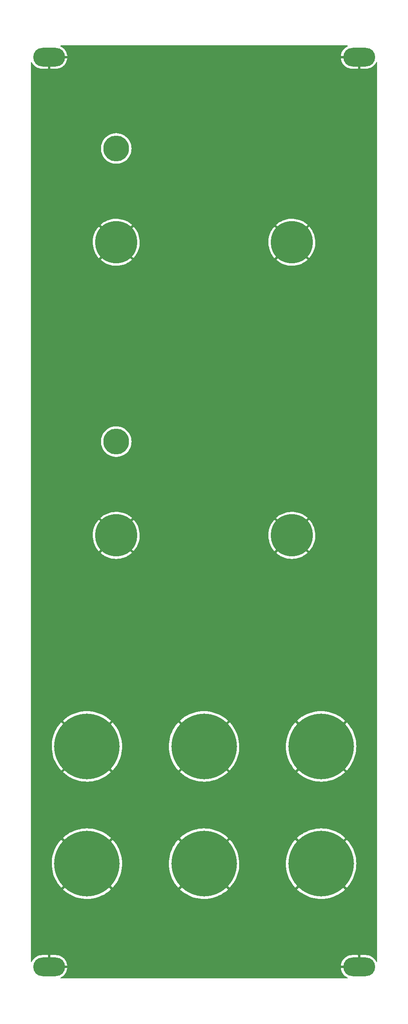
<source format=gbl>
G04 #@! TF.GenerationSoftware,KiCad,Pcbnew,6.0.4-6f826c9f35~116~ubuntu20.04.1*
G04 #@! TF.CreationDate,2022-04-20T20:16:55-04:00*
G04 #@! TF.ProjectId,kdlfo_panel,6b646c66-6f5f-4706-916e-656c2e6b6963,rev?*
G04 #@! TF.SameCoordinates,Original*
G04 #@! TF.FileFunction,Copper,L2,Bot*
G04 #@! TF.FilePolarity,Positive*
%FSLAX46Y46*%
G04 Gerber Fmt 4.6, Leading zero omitted, Abs format (unit mm)*
G04 Created by KiCad (PCBNEW 6.0.4-6f826c9f35~116~ubuntu20.04.1) date 2022-04-20 20:16:55*
%MOMM*%
%LPD*%
G01*
G04 APERTURE LIST*
G04 #@! TA.AperFunction,ComponentPad*
%ADD10O,6.800000X4.000000*%
G04 #@! TD*
G04 #@! TA.AperFunction,ComponentPad*
%ADD11C,9.000000*%
G04 #@! TD*
G04 #@! TA.AperFunction,ComponentPad*
%ADD12C,14.000000*%
G04 #@! TD*
G04 #@! TA.AperFunction,ComponentPad*
%ADD13C,5.500000*%
G04 #@! TD*
G04 APERTURE END LIST*
D10*
G04 #@! TO.P,H14,1*
G04 #@! TO.N,GND*
X86700000Y-204600000D03*
X86700000Y-10600000D03*
G04 #@! TD*
D11*
G04 #@! TO.P,H3,1*
G04 #@! TO.N,GND*
X34850000Y-50100000D03*
G04 #@! TD*
D12*
G04 #@! TO.P,H1,1*
G04 #@! TO.N,GND*
X28600000Y-157600000D03*
G04 #@! TD*
D10*
G04 #@! TO.P,H13,1*
G04 #@! TO.N,GND*
X20500000Y-204600000D03*
X20500000Y-10600000D03*
G04 #@! TD*
D13*
G04 #@! TO.P,H11,1*
G04 #@! TO.N,N/C*
X34850000Y-30100000D03*
G04 #@! TD*
D12*
G04 #@! TO.P,H2,1*
G04 #@! TO.N,GND*
X28600000Y-182600000D03*
G04 #@! TD*
G04 #@! TO.P,H5,1*
G04 #@! TO.N,GND*
X53600000Y-157600000D03*
G04 #@! TD*
G04 #@! TO.P,H6,1*
G04 #@! TO.N,GND*
X53600000Y-182600000D03*
G04 #@! TD*
G04 #@! TO.P,H9,1*
G04 #@! TO.N,GND*
X78600000Y-157600000D03*
G04 #@! TD*
G04 #@! TO.P,H10,1*
G04 #@! TO.N,GND*
X78600000Y-182600000D03*
G04 #@! TD*
D11*
G04 #@! TO.P,H4,1*
G04 #@! TO.N,GND*
X72350000Y-112600000D03*
G04 #@! TD*
G04 #@! TO.P,H8,1*
G04 #@! TO.N,GND*
X72350000Y-50100000D03*
G04 #@! TD*
D13*
G04 #@! TO.P,H12,1*
G04 #@! TO.N,N/C*
X34850000Y-92600000D03*
G04 #@! TD*
D11*
G04 #@! TO.P,H7,1*
G04 #@! TO.N,GND*
X34850000Y-112600000D03*
G04 #@! TD*
G04 #@! TA.AperFunction,Conductor*
G04 #@! TO.N,GND*
G36*
X84208761Y-8128502D02*
G01*
X84255254Y-8182158D01*
X84265358Y-8252432D01*
X84235864Y-8317012D01*
X84194288Y-8348508D01*
X84092959Y-8396190D01*
X84086026Y-8400001D01*
X83826271Y-8564847D01*
X83819868Y-8569498D01*
X83582813Y-8765607D01*
X83577046Y-8771023D01*
X83366443Y-8995293D01*
X83361404Y-9001384D01*
X83180570Y-9250281D01*
X83176330Y-9256961D01*
X83028110Y-9526572D01*
X83024753Y-9533707D01*
X82911492Y-9819770D01*
X82909047Y-9827296D01*
X82832538Y-10125279D01*
X82831055Y-10133050D01*
X82806425Y-10328026D01*
X82808728Y-10342306D01*
X82821720Y-10346000D01*
X86828000Y-10346000D01*
X86896121Y-10366002D01*
X86942614Y-10419658D01*
X86954000Y-10472000D01*
X86954000Y-13089885D01*
X86958475Y-13105124D01*
X86959865Y-13106329D01*
X86967548Y-13108000D01*
X88176829Y-13108000D01*
X88180820Y-13107874D01*
X88410994Y-13093393D01*
X88418855Y-13092400D01*
X88721046Y-13034754D01*
X88728723Y-13032783D01*
X89021309Y-12937716D01*
X89028672Y-12934801D01*
X89307041Y-12803811D01*
X89313974Y-12799999D01*
X89573729Y-12635153D01*
X89580132Y-12630502D01*
X89817187Y-12434393D01*
X89822954Y-12428977D01*
X90033557Y-12204707D01*
X90038596Y-12198616D01*
X90219430Y-11949719D01*
X90223670Y-11943039D01*
X90355085Y-11703996D01*
X90405431Y-11653937D01*
X90474848Y-11639044D01*
X90541297Y-11664045D01*
X90583681Y-11721002D01*
X90591500Y-11764697D01*
X90591500Y-203435303D01*
X90571498Y-203503424D01*
X90517842Y-203549917D01*
X90447568Y-203560021D01*
X90382988Y-203530527D01*
X90355085Y-203496004D01*
X90223670Y-203256961D01*
X90219430Y-203250281D01*
X90038596Y-203001384D01*
X90033557Y-202995293D01*
X89822954Y-202771023D01*
X89817187Y-202765607D01*
X89580132Y-202569498D01*
X89573729Y-202564847D01*
X89313974Y-202400001D01*
X89307041Y-202396189D01*
X89028672Y-202265199D01*
X89021309Y-202262284D01*
X88728723Y-202167217D01*
X88721046Y-202165246D01*
X88418855Y-202107600D01*
X88410994Y-202106607D01*
X88180820Y-202092126D01*
X88176829Y-202092000D01*
X86972115Y-202092000D01*
X86956876Y-202096475D01*
X86955671Y-202097865D01*
X86954000Y-202105548D01*
X86954000Y-204728000D01*
X86933998Y-204796121D01*
X86880342Y-204842614D01*
X86828000Y-204854000D01*
X82822269Y-204854000D01*
X82808392Y-204858075D01*
X82806355Y-204871426D01*
X82831055Y-205066950D01*
X82832538Y-205074721D01*
X82909047Y-205372704D01*
X82911492Y-205380230D01*
X83024753Y-205666293D01*
X83028110Y-205673428D01*
X83176330Y-205943039D01*
X83180570Y-205949719D01*
X83361404Y-206198616D01*
X83366443Y-206204707D01*
X83577046Y-206428977D01*
X83582813Y-206434393D01*
X83819868Y-206630502D01*
X83826271Y-206635153D01*
X84086026Y-206799999D01*
X84092959Y-206803810D01*
X84194288Y-206851492D01*
X84247409Y-206898594D01*
X84266632Y-206966939D01*
X84245853Y-207034827D01*
X84191670Y-207080704D01*
X84140640Y-207091500D01*
X23059360Y-207091500D01*
X22991239Y-207071498D01*
X22944746Y-207017842D01*
X22934642Y-206947568D01*
X22964136Y-206882988D01*
X23005712Y-206851492D01*
X23107041Y-206803810D01*
X23113974Y-206799999D01*
X23373729Y-206635153D01*
X23380132Y-206630502D01*
X23617187Y-206434393D01*
X23622954Y-206428977D01*
X23833557Y-206204707D01*
X23838596Y-206198616D01*
X24019430Y-205949719D01*
X24023670Y-205943039D01*
X24171890Y-205673428D01*
X24175247Y-205666293D01*
X24288508Y-205380230D01*
X24290953Y-205372704D01*
X24367462Y-205074721D01*
X24368945Y-205066950D01*
X24393575Y-204871974D01*
X24391272Y-204857694D01*
X24378280Y-204854000D01*
X20372000Y-204854000D01*
X20303879Y-204833998D01*
X20257386Y-204780342D01*
X20246000Y-204728000D01*
X20246000Y-204327885D01*
X20754000Y-204327885D01*
X20758475Y-204343124D01*
X20759865Y-204344329D01*
X20767548Y-204346000D01*
X24377731Y-204346000D01*
X24391608Y-204341925D01*
X24393645Y-204328574D01*
X24393576Y-204328026D01*
X82806425Y-204328026D01*
X82808728Y-204342306D01*
X82821720Y-204346000D01*
X86427885Y-204346000D01*
X86443124Y-204341525D01*
X86444329Y-204340135D01*
X86446000Y-204332452D01*
X86446000Y-202110115D01*
X86441525Y-202094876D01*
X86440135Y-202093671D01*
X86432452Y-202092000D01*
X85223171Y-202092000D01*
X85219180Y-202092126D01*
X84989006Y-202106607D01*
X84981145Y-202107600D01*
X84678954Y-202165246D01*
X84671277Y-202167217D01*
X84378691Y-202262284D01*
X84371328Y-202265199D01*
X84092959Y-202396189D01*
X84086026Y-202400001D01*
X83826271Y-202564847D01*
X83819868Y-202569498D01*
X83582813Y-202765607D01*
X83577046Y-202771023D01*
X83366443Y-202995293D01*
X83361404Y-203001384D01*
X83180570Y-203250281D01*
X83176330Y-203256961D01*
X83028110Y-203526572D01*
X83024753Y-203533707D01*
X82911492Y-203819770D01*
X82909047Y-203827296D01*
X82832538Y-204125279D01*
X82831055Y-204133050D01*
X82806425Y-204328026D01*
X24393576Y-204328026D01*
X24368945Y-204133050D01*
X24367462Y-204125279D01*
X24290953Y-203827296D01*
X24288508Y-203819770D01*
X24175247Y-203533707D01*
X24171890Y-203526572D01*
X24023670Y-203256961D01*
X24019430Y-203250281D01*
X23838596Y-203001384D01*
X23833557Y-202995293D01*
X23622954Y-202771023D01*
X23617187Y-202765607D01*
X23380132Y-202569498D01*
X23373729Y-202564847D01*
X23113974Y-202400001D01*
X23107041Y-202396189D01*
X22828672Y-202265199D01*
X22821309Y-202262284D01*
X22528723Y-202167217D01*
X22521046Y-202165246D01*
X22218855Y-202107600D01*
X22210994Y-202106607D01*
X21980820Y-202092126D01*
X21976829Y-202092000D01*
X20772115Y-202092000D01*
X20756876Y-202096475D01*
X20755671Y-202097865D01*
X20754000Y-202105548D01*
X20754000Y-204327885D01*
X20246000Y-204327885D01*
X20246000Y-202110115D01*
X20241525Y-202094876D01*
X20240135Y-202093671D01*
X20232452Y-202092000D01*
X19023171Y-202092000D01*
X19019180Y-202092126D01*
X18789006Y-202106607D01*
X18781145Y-202107600D01*
X18478954Y-202165246D01*
X18471277Y-202167217D01*
X18178691Y-202262284D01*
X18171328Y-202265199D01*
X17892959Y-202396189D01*
X17886026Y-202400001D01*
X17626271Y-202564847D01*
X17619868Y-202569498D01*
X17382813Y-202765607D01*
X17377046Y-202771023D01*
X17166443Y-202995293D01*
X17161404Y-203001384D01*
X16980570Y-203250281D01*
X16976330Y-203256961D01*
X16844915Y-203496004D01*
X16794569Y-203546063D01*
X16725152Y-203560956D01*
X16658703Y-203535955D01*
X16616319Y-203478998D01*
X16608500Y-203435303D01*
X16608500Y-188087102D01*
X23478438Y-188087102D01*
X23478462Y-188087441D01*
X23484285Y-188096073D01*
X23728991Y-188319913D01*
X23732445Y-188322852D01*
X24150430Y-188653550D01*
X24154067Y-188656222D01*
X24594618Y-188956182D01*
X24598446Y-188958593D01*
X25059337Y-189226300D01*
X25063309Y-189228421D01*
X25542148Y-189462483D01*
X25546284Y-189464325D01*
X26040627Y-189663551D01*
X26044871Y-189665087D01*
X26552218Y-189828467D01*
X26556539Y-189829689D01*
X27074254Y-189956374D01*
X27078695Y-189957294D01*
X27604141Y-190046637D01*
X27608595Y-190047232D01*
X28139106Y-190098782D01*
X28143579Y-190099056D01*
X28676427Y-190112543D01*
X28680930Y-190112496D01*
X29213352Y-190087853D01*
X29217836Y-190087485D01*
X29747152Y-190024836D01*
X29751591Y-190024149D01*
X30275087Y-189923814D01*
X30279446Y-189922815D01*
X30794414Y-189785311D01*
X30798727Y-189783992D01*
X31302525Y-189610028D01*
X31306740Y-189608402D01*
X31796805Y-189398866D01*
X31800892Y-189396943D01*
X32274731Y-189152900D01*
X32278658Y-189150696D01*
X32733828Y-188873404D01*
X32737624Y-188870901D01*
X33171786Y-188561788D01*
X33175372Y-188559036D01*
X33586362Y-188219640D01*
X33589705Y-188216672D01*
X33713630Y-188098453D01*
X33720179Y-188087102D01*
X48478438Y-188087102D01*
X48478462Y-188087441D01*
X48484285Y-188096073D01*
X48728991Y-188319913D01*
X48732445Y-188322852D01*
X49150430Y-188653550D01*
X49154067Y-188656222D01*
X49594618Y-188956182D01*
X49598446Y-188958593D01*
X50059337Y-189226300D01*
X50063309Y-189228421D01*
X50542148Y-189462483D01*
X50546284Y-189464325D01*
X51040627Y-189663551D01*
X51044871Y-189665087D01*
X51552218Y-189828467D01*
X51556539Y-189829689D01*
X52074254Y-189956374D01*
X52078695Y-189957294D01*
X52604141Y-190046637D01*
X52608595Y-190047232D01*
X53139106Y-190098782D01*
X53143579Y-190099056D01*
X53676427Y-190112543D01*
X53680930Y-190112496D01*
X54213352Y-190087853D01*
X54217836Y-190087485D01*
X54747152Y-190024836D01*
X54751591Y-190024149D01*
X55275087Y-189923814D01*
X55279446Y-189922815D01*
X55794414Y-189785311D01*
X55798727Y-189783992D01*
X56302525Y-189610028D01*
X56306740Y-189608402D01*
X56796805Y-189398866D01*
X56800892Y-189396943D01*
X57274731Y-189152900D01*
X57278658Y-189150696D01*
X57733828Y-188873404D01*
X57737624Y-188870901D01*
X58171786Y-188561788D01*
X58175372Y-188559036D01*
X58586362Y-188219640D01*
X58589705Y-188216672D01*
X58713630Y-188098453D01*
X58720179Y-188087102D01*
X73478438Y-188087102D01*
X73478462Y-188087441D01*
X73484285Y-188096073D01*
X73728991Y-188319913D01*
X73732445Y-188322852D01*
X74150430Y-188653550D01*
X74154067Y-188656222D01*
X74594618Y-188956182D01*
X74598446Y-188958593D01*
X75059337Y-189226300D01*
X75063309Y-189228421D01*
X75542148Y-189462483D01*
X75546284Y-189464325D01*
X76040627Y-189663551D01*
X76044871Y-189665087D01*
X76552218Y-189828467D01*
X76556539Y-189829689D01*
X77074254Y-189956374D01*
X77078695Y-189957294D01*
X77604141Y-190046637D01*
X77608595Y-190047232D01*
X78139106Y-190098782D01*
X78143579Y-190099056D01*
X78676427Y-190112543D01*
X78680930Y-190112496D01*
X79213352Y-190087853D01*
X79217836Y-190087485D01*
X79747152Y-190024836D01*
X79751591Y-190024149D01*
X80275087Y-189923814D01*
X80279446Y-189922815D01*
X80794414Y-189785311D01*
X80798727Y-189783992D01*
X81302525Y-189610028D01*
X81306740Y-189608402D01*
X81796805Y-189398866D01*
X81800892Y-189396943D01*
X82274731Y-189152900D01*
X82278658Y-189150696D01*
X82733828Y-188873404D01*
X82737624Y-188870901D01*
X83171786Y-188561788D01*
X83175372Y-188559036D01*
X83586362Y-188219640D01*
X83589705Y-188216672D01*
X83713630Y-188098453D01*
X83721568Y-188084695D01*
X83721518Y-188083649D01*
X83716625Y-188075835D01*
X78612812Y-182972022D01*
X78598868Y-182964408D01*
X78597035Y-182964539D01*
X78590420Y-182968790D01*
X73486052Y-188073158D01*
X73478438Y-188087102D01*
X58720179Y-188087102D01*
X58721568Y-188084695D01*
X58721518Y-188083649D01*
X58716625Y-188075835D01*
X53612812Y-182972022D01*
X53598868Y-182964408D01*
X53597035Y-182964539D01*
X53590420Y-182968790D01*
X48486052Y-188073158D01*
X48478438Y-188087102D01*
X33720179Y-188087102D01*
X33721568Y-188084695D01*
X33721518Y-188083649D01*
X33716625Y-188075835D01*
X28612812Y-182972022D01*
X28598868Y-182964408D01*
X28597035Y-182964539D01*
X28590420Y-182968790D01*
X23486052Y-188073158D01*
X23478438Y-188087102D01*
X16608500Y-188087102D01*
X16608500Y-182650201D01*
X21087236Y-182650201D01*
X21087267Y-182654699D01*
X21110052Y-183187215D01*
X21110404Y-183191696D01*
X21171206Y-183721240D01*
X21171874Y-183725659D01*
X21270381Y-184249497D01*
X21271370Y-184253884D01*
X21407070Y-184769308D01*
X21408381Y-184773648D01*
X21580581Y-185278039D01*
X21582188Y-185282249D01*
X21790028Y-185773079D01*
X21791917Y-185777129D01*
X22034314Y-186251836D01*
X22036507Y-186255776D01*
X22312217Y-186711925D01*
X22314678Y-186715685D01*
X22622290Y-187150947D01*
X22625036Y-187154552D01*
X22962987Y-187566712D01*
X22965944Y-187570066D01*
X23101751Y-187713428D01*
X23115482Y-187721415D01*
X23116410Y-187721374D01*
X23124399Y-187716391D01*
X28227978Y-182612812D01*
X28234356Y-182601132D01*
X28964408Y-182601132D01*
X28964539Y-182602965D01*
X28968790Y-182609580D01*
X34073389Y-187714179D01*
X34087333Y-187721793D01*
X34087556Y-187721778D01*
X34096338Y-187715831D01*
X34336905Y-187450987D01*
X34339793Y-187447570D01*
X34669044Y-187028414D01*
X34671701Y-187024771D01*
X34970130Y-186583164D01*
X34972526Y-186579329D01*
X35238617Y-186117514D01*
X35240726Y-186113531D01*
X35473116Y-185633878D01*
X35474941Y-185629741D01*
X35672446Y-185134690D01*
X35673961Y-185130460D01*
X35835567Y-184622549D01*
X35836781Y-184618202D01*
X35961661Y-184100034D01*
X35962555Y-184095638D01*
X36050064Y-183569885D01*
X36050649Y-183565380D01*
X36100363Y-183034517D01*
X36100613Y-183030439D01*
X36111566Y-182650201D01*
X46087236Y-182650201D01*
X46087267Y-182654699D01*
X46110052Y-183187215D01*
X46110404Y-183191696D01*
X46171206Y-183721240D01*
X46171874Y-183725659D01*
X46270381Y-184249497D01*
X46271370Y-184253884D01*
X46407070Y-184769308D01*
X46408381Y-184773648D01*
X46580581Y-185278039D01*
X46582188Y-185282249D01*
X46790028Y-185773079D01*
X46791917Y-185777129D01*
X47034314Y-186251836D01*
X47036507Y-186255776D01*
X47312217Y-186711925D01*
X47314678Y-186715685D01*
X47622290Y-187150947D01*
X47625036Y-187154552D01*
X47962987Y-187566712D01*
X47965944Y-187570066D01*
X48101751Y-187713428D01*
X48115482Y-187721415D01*
X48116410Y-187721374D01*
X48124399Y-187716391D01*
X53227978Y-182612812D01*
X53234356Y-182601132D01*
X53964408Y-182601132D01*
X53964539Y-182602965D01*
X53968790Y-182609580D01*
X59073389Y-187714179D01*
X59087333Y-187721793D01*
X59087556Y-187721778D01*
X59096338Y-187715831D01*
X59336905Y-187450987D01*
X59339793Y-187447570D01*
X59669044Y-187028414D01*
X59671701Y-187024771D01*
X59970130Y-186583164D01*
X59972526Y-186579329D01*
X60238617Y-186117514D01*
X60240726Y-186113531D01*
X60473116Y-185633878D01*
X60474941Y-185629741D01*
X60672446Y-185134690D01*
X60673961Y-185130460D01*
X60835567Y-184622549D01*
X60836781Y-184618202D01*
X60961661Y-184100034D01*
X60962555Y-184095638D01*
X61050064Y-183569885D01*
X61050649Y-183565380D01*
X61100363Y-183034517D01*
X61100613Y-183030439D01*
X61111566Y-182650201D01*
X71087236Y-182650201D01*
X71087267Y-182654699D01*
X71110052Y-183187215D01*
X71110404Y-183191696D01*
X71171206Y-183721240D01*
X71171874Y-183725659D01*
X71270381Y-184249497D01*
X71271370Y-184253884D01*
X71407070Y-184769308D01*
X71408381Y-184773648D01*
X71580581Y-185278039D01*
X71582188Y-185282249D01*
X71790028Y-185773079D01*
X71791917Y-185777129D01*
X72034314Y-186251836D01*
X72036507Y-186255776D01*
X72312217Y-186711925D01*
X72314678Y-186715685D01*
X72622290Y-187150947D01*
X72625036Y-187154552D01*
X72962987Y-187566712D01*
X72965944Y-187570066D01*
X73101751Y-187713428D01*
X73115482Y-187721415D01*
X73116410Y-187721374D01*
X73124399Y-187716391D01*
X78227978Y-182612812D01*
X78234356Y-182601132D01*
X78964408Y-182601132D01*
X78964539Y-182602965D01*
X78968790Y-182609580D01*
X84073389Y-187714179D01*
X84087333Y-187721793D01*
X84087556Y-187721778D01*
X84096338Y-187715831D01*
X84336905Y-187450987D01*
X84339793Y-187447570D01*
X84669044Y-187028414D01*
X84671701Y-187024771D01*
X84970130Y-186583164D01*
X84972526Y-186579329D01*
X85238617Y-186117514D01*
X85240726Y-186113531D01*
X85473116Y-185633878D01*
X85474941Y-185629741D01*
X85672446Y-185134690D01*
X85673961Y-185130460D01*
X85835567Y-184622549D01*
X85836781Y-184618202D01*
X85961661Y-184100034D01*
X85962555Y-184095638D01*
X86050064Y-183569885D01*
X86050649Y-183565380D01*
X86100363Y-183034517D01*
X86100613Y-183030439D01*
X86112954Y-182602024D01*
X86112939Y-182597967D01*
X86093866Y-182065096D01*
X86093544Y-182060601D01*
X86036442Y-181530662D01*
X86035800Y-181526211D01*
X85940955Y-181001710D01*
X85939999Y-180997327D01*
X85807892Y-180480933D01*
X85806630Y-180476645D01*
X85637938Y-179971015D01*
X85636370Y-179966818D01*
X85431966Y-179474558D01*
X85430088Y-179470456D01*
X85191023Y-178994094D01*
X85188855Y-178990133D01*
X84916347Y-178532090D01*
X84913891Y-178528279D01*
X84609331Y-178090890D01*
X84606624Y-178087284D01*
X84271552Y-177672765D01*
X84268609Y-177669380D01*
X84098034Y-177486780D01*
X84084361Y-177478698D01*
X84083667Y-177478724D01*
X84075320Y-177483890D01*
X78972022Y-182587188D01*
X78964408Y-182601132D01*
X78234356Y-182601132D01*
X78235592Y-182598868D01*
X78235461Y-182597035D01*
X78231210Y-182590420D01*
X73127007Y-177486217D01*
X73113063Y-177478603D01*
X73112606Y-177478635D01*
X73104130Y-177484332D01*
X72897104Y-177709077D01*
X72894190Y-177712477D01*
X72562015Y-178129331D01*
X72559344Y-178132941D01*
X72257831Y-178572465D01*
X72255409Y-178576283D01*
X71986107Y-179036216D01*
X71983964Y-179040196D01*
X71748233Y-179518211D01*
X71746376Y-179522343D01*
X71545427Y-180015984D01*
X71543874Y-180020230D01*
X71378729Y-180526984D01*
X71377484Y-180531326D01*
X71248991Y-181048608D01*
X71248067Y-181052991D01*
X71156885Y-181578152D01*
X71156274Y-181582609D01*
X71102873Y-182112930D01*
X71102583Y-182117413D01*
X71087236Y-182650201D01*
X61111566Y-182650201D01*
X61112954Y-182602024D01*
X61112939Y-182597967D01*
X61093866Y-182065096D01*
X61093544Y-182060601D01*
X61036442Y-181530662D01*
X61035800Y-181526211D01*
X60940955Y-181001710D01*
X60939999Y-180997327D01*
X60807892Y-180480933D01*
X60806630Y-180476645D01*
X60637938Y-179971015D01*
X60636370Y-179966818D01*
X60431966Y-179474558D01*
X60430088Y-179470456D01*
X60191023Y-178994094D01*
X60188855Y-178990133D01*
X59916347Y-178532090D01*
X59913891Y-178528279D01*
X59609331Y-178090890D01*
X59606624Y-178087284D01*
X59271552Y-177672765D01*
X59268609Y-177669380D01*
X59098034Y-177486780D01*
X59084361Y-177478698D01*
X59083667Y-177478724D01*
X59075320Y-177483890D01*
X53972022Y-182587188D01*
X53964408Y-182601132D01*
X53234356Y-182601132D01*
X53235592Y-182598868D01*
X53235461Y-182597035D01*
X53231210Y-182590420D01*
X48127007Y-177486217D01*
X48113063Y-177478603D01*
X48112606Y-177478635D01*
X48104130Y-177484332D01*
X47897104Y-177709077D01*
X47894190Y-177712477D01*
X47562015Y-178129331D01*
X47559344Y-178132941D01*
X47257831Y-178572465D01*
X47255409Y-178576283D01*
X46986107Y-179036216D01*
X46983964Y-179040196D01*
X46748233Y-179518211D01*
X46746376Y-179522343D01*
X46545427Y-180015984D01*
X46543874Y-180020230D01*
X46378729Y-180526984D01*
X46377484Y-180531326D01*
X46248991Y-181048608D01*
X46248067Y-181052991D01*
X46156885Y-181578152D01*
X46156274Y-181582609D01*
X46102873Y-182112930D01*
X46102583Y-182117413D01*
X46087236Y-182650201D01*
X36111566Y-182650201D01*
X36112954Y-182602024D01*
X36112939Y-182597967D01*
X36093866Y-182065096D01*
X36093544Y-182060601D01*
X36036442Y-181530662D01*
X36035800Y-181526211D01*
X35940955Y-181001710D01*
X35939999Y-180997327D01*
X35807892Y-180480933D01*
X35806630Y-180476645D01*
X35637938Y-179971015D01*
X35636370Y-179966818D01*
X35431966Y-179474558D01*
X35430088Y-179470456D01*
X35191023Y-178994094D01*
X35188855Y-178990133D01*
X34916347Y-178532090D01*
X34913891Y-178528279D01*
X34609331Y-178090890D01*
X34606624Y-178087284D01*
X34271552Y-177672765D01*
X34268609Y-177669380D01*
X34098034Y-177486780D01*
X34084361Y-177478698D01*
X34083667Y-177478724D01*
X34075320Y-177483890D01*
X28972022Y-182587188D01*
X28964408Y-182601132D01*
X28234356Y-182601132D01*
X28235592Y-182598868D01*
X28235461Y-182597035D01*
X28231210Y-182590420D01*
X23127007Y-177486217D01*
X23113063Y-177478603D01*
X23112606Y-177478635D01*
X23104130Y-177484332D01*
X22897104Y-177709077D01*
X22894190Y-177712477D01*
X22562015Y-178129331D01*
X22559344Y-178132941D01*
X22257831Y-178572465D01*
X22255409Y-178576283D01*
X21986107Y-179036216D01*
X21983964Y-179040196D01*
X21748233Y-179518211D01*
X21746376Y-179522343D01*
X21545427Y-180015984D01*
X21543874Y-180020230D01*
X21378729Y-180526984D01*
X21377484Y-180531326D01*
X21248991Y-181048608D01*
X21248067Y-181052991D01*
X21156885Y-181578152D01*
X21156274Y-181582609D01*
X21102873Y-182112930D01*
X21102583Y-182117413D01*
X21087236Y-182650201D01*
X16608500Y-182650201D01*
X16608500Y-177115591D01*
X23478674Y-177115591D01*
X23478707Y-177116404D01*
X23483783Y-177124573D01*
X28587188Y-182227978D01*
X28601132Y-182235592D01*
X28602965Y-182235461D01*
X28609580Y-182231210D01*
X33713682Y-177127108D01*
X33719971Y-177115591D01*
X48478674Y-177115591D01*
X48478707Y-177116404D01*
X48483783Y-177124573D01*
X53587188Y-182227978D01*
X53601132Y-182235592D01*
X53602965Y-182235461D01*
X53609580Y-182231210D01*
X58713682Y-177127108D01*
X58719971Y-177115591D01*
X73478674Y-177115591D01*
X73478707Y-177116404D01*
X73483783Y-177124573D01*
X78587188Y-182227978D01*
X78601132Y-182235592D01*
X78602965Y-182235461D01*
X78609580Y-182231210D01*
X83713682Y-177127108D01*
X83721296Y-177113164D01*
X83721255Y-177112590D01*
X83715684Y-177104268D01*
X83510818Y-176914228D01*
X83507387Y-176911267D01*
X83091729Y-176577666D01*
X83088115Y-176574972D01*
X82649654Y-176271933D01*
X82645835Y-176269490D01*
X82186846Y-175998585D01*
X82182877Y-175996430D01*
X81705679Y-175759028D01*
X81701575Y-175757166D01*
X81208610Y-175554483D01*
X81204395Y-175552924D01*
X80698199Y-175386006D01*
X80693883Y-175384752D01*
X80177042Y-175254451D01*
X80172665Y-175253513D01*
X79647822Y-175160496D01*
X79643365Y-175159870D01*
X79113241Y-175104620D01*
X79108747Y-175104313D01*
X78576027Y-175087107D01*
X78571530Y-175087122D01*
X78038927Y-175108048D01*
X78034451Y-175108384D01*
X77504713Y-175167336D01*
X77500261Y-175167994D01*
X76976106Y-175264667D01*
X76971701Y-175265643D01*
X76455801Y-175399545D01*
X76451490Y-175400830D01*
X75946471Y-175571278D01*
X75942259Y-175572870D01*
X75450723Y-175778988D01*
X75446647Y-175780871D01*
X74971109Y-176021605D01*
X74967158Y-176023786D01*
X74510063Y-176297893D01*
X74506267Y-176300358D01*
X74069930Y-176606452D01*
X74066347Y-176609162D01*
X73653007Y-176945674D01*
X73649617Y-176948642D01*
X73486708Y-177101891D01*
X73478674Y-177115591D01*
X58719971Y-177115591D01*
X58721296Y-177113164D01*
X58721255Y-177112590D01*
X58715684Y-177104268D01*
X58510818Y-176914228D01*
X58507387Y-176911267D01*
X58091729Y-176577666D01*
X58088115Y-176574972D01*
X57649654Y-176271933D01*
X57645835Y-176269490D01*
X57186846Y-175998585D01*
X57182877Y-175996430D01*
X56705679Y-175759028D01*
X56701575Y-175757166D01*
X56208610Y-175554483D01*
X56204395Y-175552924D01*
X55698199Y-175386006D01*
X55693883Y-175384752D01*
X55177042Y-175254451D01*
X55172665Y-175253513D01*
X54647822Y-175160496D01*
X54643365Y-175159870D01*
X54113241Y-175104620D01*
X54108747Y-175104313D01*
X53576027Y-175087107D01*
X53571530Y-175087122D01*
X53038927Y-175108048D01*
X53034451Y-175108384D01*
X52504713Y-175167336D01*
X52500261Y-175167994D01*
X51976106Y-175264667D01*
X51971701Y-175265643D01*
X51455801Y-175399545D01*
X51451490Y-175400830D01*
X50946471Y-175571278D01*
X50942259Y-175572870D01*
X50450723Y-175778988D01*
X50446647Y-175780871D01*
X49971109Y-176021605D01*
X49967158Y-176023786D01*
X49510063Y-176297893D01*
X49506267Y-176300358D01*
X49069930Y-176606452D01*
X49066347Y-176609162D01*
X48653007Y-176945674D01*
X48649617Y-176948642D01*
X48486708Y-177101891D01*
X48478674Y-177115591D01*
X33719971Y-177115591D01*
X33721296Y-177113164D01*
X33721255Y-177112590D01*
X33715684Y-177104268D01*
X33510818Y-176914228D01*
X33507387Y-176911267D01*
X33091729Y-176577666D01*
X33088115Y-176574972D01*
X32649654Y-176271933D01*
X32645835Y-176269490D01*
X32186846Y-175998585D01*
X32182877Y-175996430D01*
X31705679Y-175759028D01*
X31701575Y-175757166D01*
X31208610Y-175554483D01*
X31204395Y-175552924D01*
X30698199Y-175386006D01*
X30693883Y-175384752D01*
X30177042Y-175254451D01*
X30172665Y-175253513D01*
X29647822Y-175160496D01*
X29643365Y-175159870D01*
X29113241Y-175104620D01*
X29108747Y-175104313D01*
X28576027Y-175087107D01*
X28571530Y-175087122D01*
X28038927Y-175108048D01*
X28034451Y-175108384D01*
X27504713Y-175167336D01*
X27500261Y-175167994D01*
X26976106Y-175264667D01*
X26971701Y-175265643D01*
X26455801Y-175399545D01*
X26451490Y-175400830D01*
X25946471Y-175571278D01*
X25942259Y-175572870D01*
X25450723Y-175778988D01*
X25446647Y-175780871D01*
X24971109Y-176021605D01*
X24967158Y-176023786D01*
X24510063Y-176297893D01*
X24506267Y-176300358D01*
X24069930Y-176606452D01*
X24066347Y-176609162D01*
X23653007Y-176945674D01*
X23649617Y-176948642D01*
X23486708Y-177101891D01*
X23478674Y-177115591D01*
X16608500Y-177115591D01*
X16608500Y-163087102D01*
X23478438Y-163087102D01*
X23478462Y-163087441D01*
X23484285Y-163096073D01*
X23728991Y-163319913D01*
X23732445Y-163322852D01*
X24150430Y-163653550D01*
X24154067Y-163656222D01*
X24594618Y-163956182D01*
X24598446Y-163958593D01*
X25059337Y-164226300D01*
X25063309Y-164228421D01*
X25542148Y-164462483D01*
X25546284Y-164464325D01*
X26040627Y-164663551D01*
X26044871Y-164665087D01*
X26552218Y-164828467D01*
X26556539Y-164829689D01*
X27074254Y-164956374D01*
X27078695Y-164957294D01*
X27604141Y-165046637D01*
X27608595Y-165047232D01*
X28139106Y-165098782D01*
X28143579Y-165099056D01*
X28676427Y-165112543D01*
X28680930Y-165112496D01*
X29213352Y-165087853D01*
X29217836Y-165087485D01*
X29747152Y-165024836D01*
X29751591Y-165024149D01*
X30275087Y-164923814D01*
X30279446Y-164922815D01*
X30794414Y-164785311D01*
X30798727Y-164783992D01*
X31302525Y-164610028D01*
X31306740Y-164608402D01*
X31796805Y-164398866D01*
X31800892Y-164396943D01*
X32274731Y-164152900D01*
X32278658Y-164150696D01*
X32733828Y-163873404D01*
X32737624Y-163870901D01*
X33171786Y-163561788D01*
X33175372Y-163559036D01*
X33586362Y-163219640D01*
X33589705Y-163216672D01*
X33713630Y-163098453D01*
X33720179Y-163087102D01*
X48478438Y-163087102D01*
X48478462Y-163087441D01*
X48484285Y-163096073D01*
X48728991Y-163319913D01*
X48732445Y-163322852D01*
X49150430Y-163653550D01*
X49154067Y-163656222D01*
X49594618Y-163956182D01*
X49598446Y-163958593D01*
X50059337Y-164226300D01*
X50063309Y-164228421D01*
X50542148Y-164462483D01*
X50546284Y-164464325D01*
X51040627Y-164663551D01*
X51044871Y-164665087D01*
X51552218Y-164828467D01*
X51556539Y-164829689D01*
X52074254Y-164956374D01*
X52078695Y-164957294D01*
X52604141Y-165046637D01*
X52608595Y-165047232D01*
X53139106Y-165098782D01*
X53143579Y-165099056D01*
X53676427Y-165112543D01*
X53680930Y-165112496D01*
X54213352Y-165087853D01*
X54217836Y-165087485D01*
X54747152Y-165024836D01*
X54751591Y-165024149D01*
X55275087Y-164923814D01*
X55279446Y-164922815D01*
X55794414Y-164785311D01*
X55798727Y-164783992D01*
X56302525Y-164610028D01*
X56306740Y-164608402D01*
X56796805Y-164398866D01*
X56800892Y-164396943D01*
X57274731Y-164152900D01*
X57278658Y-164150696D01*
X57733828Y-163873404D01*
X57737624Y-163870901D01*
X58171786Y-163561788D01*
X58175372Y-163559036D01*
X58586362Y-163219640D01*
X58589705Y-163216672D01*
X58713630Y-163098453D01*
X58720179Y-163087102D01*
X73478438Y-163087102D01*
X73478462Y-163087441D01*
X73484285Y-163096073D01*
X73728991Y-163319913D01*
X73732445Y-163322852D01*
X74150430Y-163653550D01*
X74154067Y-163656222D01*
X74594618Y-163956182D01*
X74598446Y-163958593D01*
X75059337Y-164226300D01*
X75063309Y-164228421D01*
X75542148Y-164462483D01*
X75546284Y-164464325D01*
X76040627Y-164663551D01*
X76044871Y-164665087D01*
X76552218Y-164828467D01*
X76556539Y-164829689D01*
X77074254Y-164956374D01*
X77078695Y-164957294D01*
X77604141Y-165046637D01*
X77608595Y-165047232D01*
X78139106Y-165098782D01*
X78143579Y-165099056D01*
X78676427Y-165112543D01*
X78680930Y-165112496D01*
X79213352Y-165087853D01*
X79217836Y-165087485D01*
X79747152Y-165024836D01*
X79751591Y-165024149D01*
X80275087Y-164923814D01*
X80279446Y-164922815D01*
X80794414Y-164785311D01*
X80798727Y-164783992D01*
X81302525Y-164610028D01*
X81306740Y-164608402D01*
X81796805Y-164398866D01*
X81800892Y-164396943D01*
X82274731Y-164152900D01*
X82278658Y-164150696D01*
X82733828Y-163873404D01*
X82737624Y-163870901D01*
X83171786Y-163561788D01*
X83175372Y-163559036D01*
X83586362Y-163219640D01*
X83589705Y-163216672D01*
X83713630Y-163098453D01*
X83721568Y-163084695D01*
X83721518Y-163083649D01*
X83716625Y-163075835D01*
X78612812Y-157972022D01*
X78598868Y-157964408D01*
X78597035Y-157964539D01*
X78590420Y-157968790D01*
X73486052Y-163073158D01*
X73478438Y-163087102D01*
X58720179Y-163087102D01*
X58721568Y-163084695D01*
X58721518Y-163083649D01*
X58716625Y-163075835D01*
X53612812Y-157972022D01*
X53598868Y-157964408D01*
X53597035Y-157964539D01*
X53590420Y-157968790D01*
X48486052Y-163073158D01*
X48478438Y-163087102D01*
X33720179Y-163087102D01*
X33721568Y-163084695D01*
X33721518Y-163083649D01*
X33716625Y-163075835D01*
X28612812Y-157972022D01*
X28598868Y-157964408D01*
X28597035Y-157964539D01*
X28590420Y-157968790D01*
X23486052Y-163073158D01*
X23478438Y-163087102D01*
X16608500Y-163087102D01*
X16608500Y-157650201D01*
X21087236Y-157650201D01*
X21087267Y-157654699D01*
X21110052Y-158187215D01*
X21110404Y-158191696D01*
X21171206Y-158721240D01*
X21171874Y-158725659D01*
X21270381Y-159249497D01*
X21271370Y-159253884D01*
X21407070Y-159769308D01*
X21408381Y-159773648D01*
X21580581Y-160278039D01*
X21582188Y-160282249D01*
X21790028Y-160773079D01*
X21791917Y-160777129D01*
X22034314Y-161251836D01*
X22036507Y-161255776D01*
X22312217Y-161711925D01*
X22314678Y-161715685D01*
X22622290Y-162150947D01*
X22625036Y-162154552D01*
X22962987Y-162566712D01*
X22965944Y-162570066D01*
X23101751Y-162713428D01*
X23115482Y-162721415D01*
X23116410Y-162721374D01*
X23124399Y-162716391D01*
X28227978Y-157612812D01*
X28234356Y-157601132D01*
X28964408Y-157601132D01*
X28964539Y-157602965D01*
X28968790Y-157609580D01*
X34073389Y-162714179D01*
X34087333Y-162721793D01*
X34087556Y-162721778D01*
X34096338Y-162715831D01*
X34336905Y-162450987D01*
X34339793Y-162447570D01*
X34669044Y-162028414D01*
X34671701Y-162024771D01*
X34970130Y-161583164D01*
X34972526Y-161579329D01*
X35238617Y-161117514D01*
X35240726Y-161113531D01*
X35473116Y-160633878D01*
X35474941Y-160629741D01*
X35672446Y-160134690D01*
X35673961Y-160130460D01*
X35835567Y-159622549D01*
X35836781Y-159618202D01*
X35961661Y-159100034D01*
X35962555Y-159095638D01*
X36050064Y-158569885D01*
X36050649Y-158565380D01*
X36100363Y-158034517D01*
X36100613Y-158030439D01*
X36111566Y-157650201D01*
X46087236Y-157650201D01*
X46087267Y-157654699D01*
X46110052Y-158187215D01*
X46110404Y-158191696D01*
X46171206Y-158721240D01*
X46171874Y-158725659D01*
X46270381Y-159249497D01*
X46271370Y-159253884D01*
X46407070Y-159769308D01*
X46408381Y-159773648D01*
X46580581Y-160278039D01*
X46582188Y-160282249D01*
X46790028Y-160773079D01*
X46791917Y-160777129D01*
X47034314Y-161251836D01*
X47036507Y-161255776D01*
X47312217Y-161711925D01*
X47314678Y-161715685D01*
X47622290Y-162150947D01*
X47625036Y-162154552D01*
X47962987Y-162566712D01*
X47965944Y-162570066D01*
X48101751Y-162713428D01*
X48115482Y-162721415D01*
X48116410Y-162721374D01*
X48124399Y-162716391D01*
X53227978Y-157612812D01*
X53234356Y-157601132D01*
X53964408Y-157601132D01*
X53964539Y-157602965D01*
X53968790Y-157609580D01*
X59073389Y-162714179D01*
X59087333Y-162721793D01*
X59087556Y-162721778D01*
X59096338Y-162715831D01*
X59336905Y-162450987D01*
X59339793Y-162447570D01*
X59669044Y-162028414D01*
X59671701Y-162024771D01*
X59970130Y-161583164D01*
X59972526Y-161579329D01*
X60238617Y-161117514D01*
X60240726Y-161113531D01*
X60473116Y-160633878D01*
X60474941Y-160629741D01*
X60672446Y-160134690D01*
X60673961Y-160130460D01*
X60835567Y-159622549D01*
X60836781Y-159618202D01*
X60961661Y-159100034D01*
X60962555Y-159095638D01*
X61050064Y-158569885D01*
X61050649Y-158565380D01*
X61100363Y-158034517D01*
X61100613Y-158030439D01*
X61111566Y-157650201D01*
X71087236Y-157650201D01*
X71087267Y-157654699D01*
X71110052Y-158187215D01*
X71110404Y-158191696D01*
X71171206Y-158721240D01*
X71171874Y-158725659D01*
X71270381Y-159249497D01*
X71271370Y-159253884D01*
X71407070Y-159769308D01*
X71408381Y-159773648D01*
X71580581Y-160278039D01*
X71582188Y-160282249D01*
X71790028Y-160773079D01*
X71791917Y-160777129D01*
X72034314Y-161251836D01*
X72036507Y-161255776D01*
X72312217Y-161711925D01*
X72314678Y-161715685D01*
X72622290Y-162150947D01*
X72625036Y-162154552D01*
X72962987Y-162566712D01*
X72965944Y-162570066D01*
X73101751Y-162713428D01*
X73115482Y-162721415D01*
X73116410Y-162721374D01*
X73124399Y-162716391D01*
X78227978Y-157612812D01*
X78234356Y-157601132D01*
X78964408Y-157601132D01*
X78964539Y-157602965D01*
X78968790Y-157609580D01*
X84073389Y-162714179D01*
X84087333Y-162721793D01*
X84087556Y-162721778D01*
X84096338Y-162715831D01*
X84336905Y-162450987D01*
X84339793Y-162447570D01*
X84669044Y-162028414D01*
X84671701Y-162024771D01*
X84970130Y-161583164D01*
X84972526Y-161579329D01*
X85238617Y-161117514D01*
X85240726Y-161113531D01*
X85473116Y-160633878D01*
X85474941Y-160629741D01*
X85672446Y-160134690D01*
X85673961Y-160130460D01*
X85835567Y-159622549D01*
X85836781Y-159618202D01*
X85961661Y-159100034D01*
X85962555Y-159095638D01*
X86050064Y-158569885D01*
X86050649Y-158565380D01*
X86100363Y-158034517D01*
X86100613Y-158030439D01*
X86112954Y-157602024D01*
X86112939Y-157597967D01*
X86093866Y-157065096D01*
X86093544Y-157060601D01*
X86036442Y-156530662D01*
X86035800Y-156526211D01*
X85940955Y-156001710D01*
X85939999Y-155997327D01*
X85807892Y-155480933D01*
X85806630Y-155476645D01*
X85637938Y-154971015D01*
X85636370Y-154966818D01*
X85431966Y-154474558D01*
X85430088Y-154470456D01*
X85191023Y-153994094D01*
X85188855Y-153990133D01*
X84916347Y-153532090D01*
X84913891Y-153528279D01*
X84609331Y-153090890D01*
X84606624Y-153087284D01*
X84271552Y-152672765D01*
X84268609Y-152669380D01*
X84098034Y-152486780D01*
X84084361Y-152478698D01*
X84083667Y-152478724D01*
X84075320Y-152483890D01*
X78972022Y-157587188D01*
X78964408Y-157601132D01*
X78234356Y-157601132D01*
X78235592Y-157598868D01*
X78235461Y-157597035D01*
X78231210Y-157590420D01*
X73127007Y-152486217D01*
X73113063Y-152478603D01*
X73112606Y-152478635D01*
X73104130Y-152484332D01*
X72897104Y-152709077D01*
X72894190Y-152712477D01*
X72562015Y-153129331D01*
X72559344Y-153132941D01*
X72257831Y-153572465D01*
X72255409Y-153576283D01*
X71986107Y-154036216D01*
X71983964Y-154040196D01*
X71748233Y-154518211D01*
X71746376Y-154522343D01*
X71545427Y-155015984D01*
X71543874Y-155020230D01*
X71378729Y-155526984D01*
X71377484Y-155531326D01*
X71248991Y-156048608D01*
X71248067Y-156052991D01*
X71156885Y-156578152D01*
X71156274Y-156582609D01*
X71102873Y-157112930D01*
X71102583Y-157117413D01*
X71087236Y-157650201D01*
X61111566Y-157650201D01*
X61112954Y-157602024D01*
X61112939Y-157597967D01*
X61093866Y-157065096D01*
X61093544Y-157060601D01*
X61036442Y-156530662D01*
X61035800Y-156526211D01*
X60940955Y-156001710D01*
X60939999Y-155997327D01*
X60807892Y-155480933D01*
X60806630Y-155476645D01*
X60637938Y-154971015D01*
X60636370Y-154966818D01*
X60431966Y-154474558D01*
X60430088Y-154470456D01*
X60191023Y-153994094D01*
X60188855Y-153990133D01*
X59916347Y-153532090D01*
X59913891Y-153528279D01*
X59609331Y-153090890D01*
X59606624Y-153087284D01*
X59271552Y-152672765D01*
X59268609Y-152669380D01*
X59098034Y-152486780D01*
X59084361Y-152478698D01*
X59083667Y-152478724D01*
X59075320Y-152483890D01*
X53972022Y-157587188D01*
X53964408Y-157601132D01*
X53234356Y-157601132D01*
X53235592Y-157598868D01*
X53235461Y-157597035D01*
X53231210Y-157590420D01*
X48127007Y-152486217D01*
X48113063Y-152478603D01*
X48112606Y-152478635D01*
X48104130Y-152484332D01*
X47897104Y-152709077D01*
X47894190Y-152712477D01*
X47562015Y-153129331D01*
X47559344Y-153132941D01*
X47257831Y-153572465D01*
X47255409Y-153576283D01*
X46986107Y-154036216D01*
X46983964Y-154040196D01*
X46748233Y-154518211D01*
X46746376Y-154522343D01*
X46545427Y-155015984D01*
X46543874Y-155020230D01*
X46378729Y-155526984D01*
X46377484Y-155531326D01*
X46248991Y-156048608D01*
X46248067Y-156052991D01*
X46156885Y-156578152D01*
X46156274Y-156582609D01*
X46102873Y-157112930D01*
X46102583Y-157117413D01*
X46087236Y-157650201D01*
X36111566Y-157650201D01*
X36112954Y-157602024D01*
X36112939Y-157597967D01*
X36093866Y-157065096D01*
X36093544Y-157060601D01*
X36036442Y-156530662D01*
X36035800Y-156526211D01*
X35940955Y-156001710D01*
X35939999Y-155997327D01*
X35807892Y-155480933D01*
X35806630Y-155476645D01*
X35637938Y-154971015D01*
X35636370Y-154966818D01*
X35431966Y-154474558D01*
X35430088Y-154470456D01*
X35191023Y-153994094D01*
X35188855Y-153990133D01*
X34916347Y-153532090D01*
X34913891Y-153528279D01*
X34609331Y-153090890D01*
X34606624Y-153087284D01*
X34271552Y-152672765D01*
X34268609Y-152669380D01*
X34098034Y-152486780D01*
X34084361Y-152478698D01*
X34083667Y-152478724D01*
X34075320Y-152483890D01*
X28972022Y-157587188D01*
X28964408Y-157601132D01*
X28234356Y-157601132D01*
X28235592Y-157598868D01*
X28235461Y-157597035D01*
X28231210Y-157590420D01*
X23127007Y-152486217D01*
X23113063Y-152478603D01*
X23112606Y-152478635D01*
X23104130Y-152484332D01*
X22897104Y-152709077D01*
X22894190Y-152712477D01*
X22562015Y-153129331D01*
X22559344Y-153132941D01*
X22257831Y-153572465D01*
X22255409Y-153576283D01*
X21986107Y-154036216D01*
X21983964Y-154040196D01*
X21748233Y-154518211D01*
X21746376Y-154522343D01*
X21545427Y-155015984D01*
X21543874Y-155020230D01*
X21378729Y-155526984D01*
X21377484Y-155531326D01*
X21248991Y-156048608D01*
X21248067Y-156052991D01*
X21156885Y-156578152D01*
X21156274Y-156582609D01*
X21102873Y-157112930D01*
X21102583Y-157117413D01*
X21087236Y-157650201D01*
X16608500Y-157650201D01*
X16608500Y-152115591D01*
X23478674Y-152115591D01*
X23478707Y-152116404D01*
X23483783Y-152124573D01*
X28587188Y-157227978D01*
X28601132Y-157235592D01*
X28602965Y-157235461D01*
X28609580Y-157231210D01*
X33713682Y-152127108D01*
X33719971Y-152115591D01*
X48478674Y-152115591D01*
X48478707Y-152116404D01*
X48483783Y-152124573D01*
X53587188Y-157227978D01*
X53601132Y-157235592D01*
X53602965Y-157235461D01*
X53609580Y-157231210D01*
X58713682Y-152127108D01*
X58719971Y-152115591D01*
X73478674Y-152115591D01*
X73478707Y-152116404D01*
X73483783Y-152124573D01*
X78587188Y-157227978D01*
X78601132Y-157235592D01*
X78602965Y-157235461D01*
X78609580Y-157231210D01*
X83713682Y-152127108D01*
X83721296Y-152113164D01*
X83721255Y-152112590D01*
X83715684Y-152104268D01*
X83510818Y-151914228D01*
X83507387Y-151911267D01*
X83091729Y-151577666D01*
X83088115Y-151574972D01*
X82649654Y-151271933D01*
X82645835Y-151269490D01*
X82186846Y-150998585D01*
X82182877Y-150996430D01*
X81705679Y-150759028D01*
X81701575Y-150757166D01*
X81208610Y-150554483D01*
X81204395Y-150552924D01*
X80698199Y-150386006D01*
X80693883Y-150384752D01*
X80177042Y-150254451D01*
X80172665Y-150253513D01*
X79647822Y-150160496D01*
X79643365Y-150159870D01*
X79113241Y-150104620D01*
X79108747Y-150104313D01*
X78576027Y-150087107D01*
X78571530Y-150087122D01*
X78038927Y-150108048D01*
X78034451Y-150108384D01*
X77504713Y-150167336D01*
X77500261Y-150167994D01*
X76976106Y-150264667D01*
X76971701Y-150265643D01*
X76455801Y-150399545D01*
X76451490Y-150400830D01*
X75946471Y-150571278D01*
X75942259Y-150572870D01*
X75450723Y-150778988D01*
X75446647Y-150780871D01*
X74971109Y-151021605D01*
X74967158Y-151023786D01*
X74510063Y-151297893D01*
X74506267Y-151300358D01*
X74069930Y-151606452D01*
X74066347Y-151609162D01*
X73653007Y-151945674D01*
X73649617Y-151948642D01*
X73486708Y-152101891D01*
X73478674Y-152115591D01*
X58719971Y-152115591D01*
X58721296Y-152113164D01*
X58721255Y-152112590D01*
X58715684Y-152104268D01*
X58510818Y-151914228D01*
X58507387Y-151911267D01*
X58091729Y-151577666D01*
X58088115Y-151574972D01*
X57649654Y-151271933D01*
X57645835Y-151269490D01*
X57186846Y-150998585D01*
X57182877Y-150996430D01*
X56705679Y-150759028D01*
X56701575Y-150757166D01*
X56208610Y-150554483D01*
X56204395Y-150552924D01*
X55698199Y-150386006D01*
X55693883Y-150384752D01*
X55177042Y-150254451D01*
X55172665Y-150253513D01*
X54647822Y-150160496D01*
X54643365Y-150159870D01*
X54113241Y-150104620D01*
X54108747Y-150104313D01*
X53576027Y-150087107D01*
X53571530Y-150087122D01*
X53038927Y-150108048D01*
X53034451Y-150108384D01*
X52504713Y-150167336D01*
X52500261Y-150167994D01*
X51976106Y-150264667D01*
X51971701Y-150265643D01*
X51455801Y-150399545D01*
X51451490Y-150400830D01*
X50946471Y-150571278D01*
X50942259Y-150572870D01*
X50450723Y-150778988D01*
X50446647Y-150780871D01*
X49971109Y-151021605D01*
X49967158Y-151023786D01*
X49510063Y-151297893D01*
X49506267Y-151300358D01*
X49069930Y-151606452D01*
X49066347Y-151609162D01*
X48653007Y-151945674D01*
X48649617Y-151948642D01*
X48486708Y-152101891D01*
X48478674Y-152115591D01*
X33719971Y-152115591D01*
X33721296Y-152113164D01*
X33721255Y-152112590D01*
X33715684Y-152104268D01*
X33510818Y-151914228D01*
X33507387Y-151911267D01*
X33091729Y-151577666D01*
X33088115Y-151574972D01*
X32649654Y-151271933D01*
X32645835Y-151269490D01*
X32186846Y-150998585D01*
X32182877Y-150996430D01*
X31705679Y-150759028D01*
X31701575Y-150757166D01*
X31208610Y-150554483D01*
X31204395Y-150552924D01*
X30698199Y-150386006D01*
X30693883Y-150384752D01*
X30177042Y-150254451D01*
X30172665Y-150253513D01*
X29647822Y-150160496D01*
X29643365Y-150159870D01*
X29113241Y-150104620D01*
X29108747Y-150104313D01*
X28576027Y-150087107D01*
X28571530Y-150087122D01*
X28038927Y-150108048D01*
X28034451Y-150108384D01*
X27504713Y-150167336D01*
X27500261Y-150167994D01*
X26976106Y-150264667D01*
X26971701Y-150265643D01*
X26455801Y-150399545D01*
X26451490Y-150400830D01*
X25946471Y-150571278D01*
X25942259Y-150572870D01*
X25450723Y-150778988D01*
X25446647Y-150780871D01*
X24971109Y-151021605D01*
X24967158Y-151023786D01*
X24510063Y-151297893D01*
X24506267Y-151300358D01*
X24069930Y-151606452D01*
X24066347Y-151609162D01*
X23653007Y-151945674D01*
X23649617Y-151948642D01*
X23486708Y-152101891D01*
X23478674Y-152115591D01*
X16608500Y-152115591D01*
X16608500Y-116317924D01*
X31497616Y-116317924D01*
X31497665Y-116318616D01*
X31503111Y-116326781D01*
X31592226Y-116410027D01*
X31596503Y-116413681D01*
X31943829Y-116684553D01*
X31948386Y-116687792D01*
X32318432Y-116926727D01*
X32323261Y-116929549D01*
X32713048Y-117134626D01*
X32718150Y-117137027D01*
X33124633Y-117306647D01*
X33129888Y-117308570D01*
X33549860Y-117441389D01*
X33555259Y-117442836D01*
X33985375Y-117537796D01*
X33990886Y-117538758D01*
X34427749Y-117595110D01*
X34433312Y-117595577D01*
X34873453Y-117612869D01*
X34879045Y-117612840D01*
X35318965Y-117590940D01*
X35324548Y-117590412D01*
X35760788Y-117529490D01*
X35766275Y-117528473D01*
X36195381Y-117429012D01*
X36200767Y-117427508D01*
X36619333Y-117290296D01*
X36624550Y-117288324D01*
X37029260Y-117114447D01*
X37034303Y-117112009D01*
X37421943Y-116902850D01*
X37426747Y-116899975D01*
X37794239Y-116657198D01*
X37798802Y-116653883D01*
X38143266Y-116379393D01*
X38147481Y-116375716D01*
X38195286Y-116330112D01*
X38202319Y-116317924D01*
X68997616Y-116317924D01*
X68997665Y-116318616D01*
X69003111Y-116326781D01*
X69092226Y-116410027D01*
X69096503Y-116413681D01*
X69443829Y-116684553D01*
X69448386Y-116687792D01*
X69818432Y-116926727D01*
X69823261Y-116929549D01*
X70213048Y-117134626D01*
X70218150Y-117137027D01*
X70624633Y-117306647D01*
X70629888Y-117308570D01*
X71049860Y-117441389D01*
X71055259Y-117442836D01*
X71485375Y-117537796D01*
X71490886Y-117538758D01*
X71927749Y-117595110D01*
X71933312Y-117595577D01*
X72373453Y-117612869D01*
X72379045Y-117612840D01*
X72818965Y-117590940D01*
X72824548Y-117590412D01*
X73260788Y-117529490D01*
X73266275Y-117528473D01*
X73695381Y-117429012D01*
X73700767Y-117427508D01*
X74119333Y-117290296D01*
X74124550Y-117288324D01*
X74529260Y-117114447D01*
X74534303Y-117112009D01*
X74921943Y-116902850D01*
X74926747Y-116899975D01*
X75294239Y-116657198D01*
X75298802Y-116653883D01*
X75643266Y-116379393D01*
X75647481Y-116375716D01*
X75695286Y-116330112D01*
X75703226Y-116316352D01*
X75703176Y-116315307D01*
X75698285Y-116307495D01*
X72362812Y-112972022D01*
X72348868Y-112964408D01*
X72347035Y-112964539D01*
X72340420Y-112968790D01*
X69005230Y-116303980D01*
X68997616Y-116317924D01*
X38202319Y-116317924D01*
X38203226Y-116316352D01*
X38203176Y-116315307D01*
X38198285Y-116307495D01*
X34862812Y-112972022D01*
X34848868Y-112964408D01*
X34847035Y-112964539D01*
X34840420Y-112968790D01*
X31505230Y-116303980D01*
X31497616Y-116317924D01*
X16608500Y-116317924D01*
X16608500Y-112471585D01*
X29838722Y-112471585D01*
X29846793Y-112911981D01*
X29847143Y-112917547D01*
X29894333Y-113355491D01*
X29895180Y-113361030D01*
X29981112Y-113793042D01*
X29982441Y-113798453D01*
X30106444Y-114221138D01*
X30108250Y-114226413D01*
X30269326Y-114636377D01*
X30271608Y-114641501D01*
X30468485Y-115035516D01*
X30471209Y-115040409D01*
X30702333Y-115415363D01*
X30705484Y-115419999D01*
X30969031Y-115772931D01*
X30972564Y-115777248D01*
X31121583Y-115943625D01*
X31135079Y-115951989D01*
X31144491Y-115946299D01*
X34477978Y-112612812D01*
X34484356Y-112601132D01*
X35214408Y-112601132D01*
X35214539Y-112602965D01*
X35218790Y-112609580D01*
X38553870Y-115944660D01*
X38567631Y-115952174D01*
X38576992Y-115945716D01*
X38760483Y-115736482D01*
X38763988Y-115732109D01*
X39023825Y-115376435D01*
X39026920Y-115371777D01*
X39254101Y-114994431D01*
X39256782Y-114989492D01*
X39449515Y-114593455D01*
X39451750Y-114588289D01*
X39608519Y-114176675D01*
X39610275Y-114171363D01*
X39729838Y-113747427D01*
X39731114Y-113741991D01*
X39812520Y-113309092D01*
X39813307Y-113303555D01*
X39855963Y-112864580D01*
X39856236Y-112860143D01*
X39862990Y-112602234D01*
X39862948Y-112597762D01*
X39857329Y-112471585D01*
X67338722Y-112471585D01*
X67346793Y-112911981D01*
X67347143Y-112917547D01*
X67394333Y-113355491D01*
X67395180Y-113361030D01*
X67481112Y-113793042D01*
X67482441Y-113798453D01*
X67606444Y-114221138D01*
X67608250Y-114226413D01*
X67769326Y-114636377D01*
X67771608Y-114641501D01*
X67968485Y-115035516D01*
X67971209Y-115040409D01*
X68202333Y-115415363D01*
X68205484Y-115419999D01*
X68469031Y-115772931D01*
X68472564Y-115777248D01*
X68621583Y-115943625D01*
X68635079Y-115951989D01*
X68644491Y-115946299D01*
X71977978Y-112612812D01*
X71984356Y-112601132D01*
X72714408Y-112601132D01*
X72714539Y-112602965D01*
X72718790Y-112609580D01*
X76053870Y-115944660D01*
X76067631Y-115952174D01*
X76076992Y-115945716D01*
X76260483Y-115736482D01*
X76263988Y-115732109D01*
X76523825Y-115376435D01*
X76526920Y-115371777D01*
X76754101Y-114994431D01*
X76756782Y-114989492D01*
X76949515Y-114593455D01*
X76951750Y-114588289D01*
X77108519Y-114176675D01*
X77110275Y-114171363D01*
X77229838Y-113747427D01*
X77231114Y-113741991D01*
X77312520Y-113309092D01*
X77313307Y-113303555D01*
X77355963Y-112864580D01*
X77356236Y-112860143D01*
X77362990Y-112602234D01*
X77362948Y-112597762D01*
X77343327Y-112157177D01*
X77342829Y-112151590D01*
X77284193Y-111715047D01*
X77283200Y-111709524D01*
X77185990Y-111279920D01*
X77184517Y-111274533D01*
X77049499Y-110855261D01*
X77047544Y-110850003D01*
X76875801Y-110444419D01*
X76873382Y-110439348D01*
X76666253Y-110050614D01*
X76663418Y-110045819D01*
X76422538Y-109677013D01*
X76419287Y-109672489D01*
X76146582Y-109326564D01*
X76142934Y-109322338D01*
X76079587Y-109255233D01*
X76065871Y-109247222D01*
X76065000Y-109247259D01*
X76056923Y-109252287D01*
X72722022Y-112587188D01*
X72714408Y-112601132D01*
X71984356Y-112601132D01*
X71985592Y-112598868D01*
X71985461Y-112597035D01*
X71981210Y-112590420D01*
X68643542Y-109252752D01*
X68630234Y-109245485D01*
X68620195Y-109252607D01*
X68358756Y-109566953D01*
X68355361Y-109571425D01*
X68104932Y-109933765D01*
X68101953Y-109938515D01*
X67884719Y-110321695D01*
X67882188Y-110326662D01*
X67699866Y-110727656D01*
X67697788Y-110732824D01*
X67551840Y-111148426D01*
X67550219Y-111153795D01*
X67441798Y-111580705D01*
X67440664Y-111586178D01*
X67370621Y-112021044D01*
X67369976Y-112026622D01*
X67338869Y-112465964D01*
X67338722Y-112471585D01*
X39857329Y-112471585D01*
X39843327Y-112157177D01*
X39842829Y-112151590D01*
X39784193Y-111715047D01*
X39783200Y-111709524D01*
X39685990Y-111279920D01*
X39684517Y-111274533D01*
X39549499Y-110855261D01*
X39547544Y-110850003D01*
X39375801Y-110444419D01*
X39373382Y-110439348D01*
X39166253Y-110050614D01*
X39163418Y-110045819D01*
X38922538Y-109677013D01*
X38919287Y-109672489D01*
X38646582Y-109326564D01*
X38642934Y-109322338D01*
X38579587Y-109255233D01*
X38565871Y-109247222D01*
X38565000Y-109247259D01*
X38556923Y-109252287D01*
X35222022Y-112587188D01*
X35214408Y-112601132D01*
X34484356Y-112601132D01*
X34485592Y-112598868D01*
X34485461Y-112597035D01*
X34481210Y-112590420D01*
X31143542Y-109252752D01*
X31130234Y-109245485D01*
X31120195Y-109252607D01*
X30858756Y-109566953D01*
X30855361Y-109571425D01*
X30604932Y-109933765D01*
X30601953Y-109938515D01*
X30384719Y-110321695D01*
X30382188Y-110326662D01*
X30199866Y-110727656D01*
X30197788Y-110732824D01*
X30051840Y-111148426D01*
X30050219Y-111153795D01*
X29941798Y-111580705D01*
X29940664Y-111586178D01*
X29870621Y-112021044D01*
X29869976Y-112026622D01*
X29838869Y-112465964D01*
X29838722Y-112471585D01*
X16608500Y-112471585D01*
X16608500Y-108882502D01*
X31496077Y-108882502D01*
X31502184Y-108892974D01*
X34837188Y-112227978D01*
X34851132Y-112235592D01*
X34852965Y-112235461D01*
X34859580Y-112231210D01*
X38194435Y-108896355D01*
X38201998Y-108882505D01*
X38201996Y-108882502D01*
X68996077Y-108882502D01*
X69002184Y-108892974D01*
X72337188Y-112227978D01*
X72351132Y-112235592D01*
X72352965Y-112235461D01*
X72359580Y-112231210D01*
X75694435Y-108896355D01*
X75701998Y-108882505D01*
X75695671Y-108873283D01*
X75506913Y-108705992D01*
X75502551Y-108702459D01*
X75148262Y-108440778D01*
X75143609Y-108437651D01*
X74767453Y-108208495D01*
X74762536Y-108205791D01*
X74367488Y-108010974D01*
X74362379Y-108008732D01*
X73951563Y-107849799D01*
X73946273Y-107848019D01*
X73522954Y-107726234D01*
X73517530Y-107724932D01*
X73085068Y-107641261D01*
X73079539Y-107640445D01*
X72641353Y-107595550D01*
X72635771Y-107595228D01*
X72195346Y-107589463D01*
X72189735Y-107589639D01*
X71750541Y-107623048D01*
X71744984Y-107623720D01*
X71310504Y-107696037D01*
X71305007Y-107697205D01*
X70878680Y-107807858D01*
X70873314Y-107809510D01*
X70458509Y-107957622D01*
X70453321Y-107959739D01*
X70053311Y-108144147D01*
X70048342Y-108146711D01*
X69666308Y-108365948D01*
X69661575Y-108368951D01*
X69300545Y-108621278D01*
X69296104Y-108624686D01*
X69004521Y-108869785D01*
X68996077Y-108882502D01*
X38201996Y-108882502D01*
X38195671Y-108873283D01*
X38006913Y-108705992D01*
X38002551Y-108702459D01*
X37648262Y-108440778D01*
X37643609Y-108437651D01*
X37267453Y-108208495D01*
X37262536Y-108205791D01*
X36867488Y-108010974D01*
X36862379Y-108008732D01*
X36451563Y-107849799D01*
X36446273Y-107848019D01*
X36022954Y-107726234D01*
X36017530Y-107724932D01*
X35585068Y-107641261D01*
X35579539Y-107640445D01*
X35141353Y-107595550D01*
X35135771Y-107595228D01*
X34695346Y-107589463D01*
X34689735Y-107589639D01*
X34250541Y-107623048D01*
X34244984Y-107623720D01*
X33810504Y-107696037D01*
X33805007Y-107697205D01*
X33378680Y-107807858D01*
X33373314Y-107809510D01*
X32958509Y-107957622D01*
X32953321Y-107959739D01*
X32553311Y-108144147D01*
X32548342Y-108146711D01*
X32166308Y-108365948D01*
X32161575Y-108368951D01*
X31800545Y-108621278D01*
X31796104Y-108624686D01*
X31504521Y-108869785D01*
X31496077Y-108882502D01*
X16608500Y-108882502D01*
X16608500Y-92588609D01*
X31586734Y-92588609D01*
X31604591Y-92941106D01*
X31605128Y-92944461D01*
X31605129Y-92944467D01*
X31643957Y-93186878D01*
X31660412Y-93289613D01*
X31753546Y-93630053D01*
X31882903Y-93958443D01*
X31884486Y-93961458D01*
X32045384Y-94267926D01*
X32045389Y-94267934D01*
X32046968Y-94270942D01*
X32048862Y-94273760D01*
X32048867Y-94273769D01*
X32068518Y-94303012D01*
X32243824Y-94563895D01*
X32471167Y-94833873D01*
X32473627Y-94836224D01*
X32473630Y-94836227D01*
X32723875Y-95075366D01*
X32723882Y-95075372D01*
X32726338Y-95077719D01*
X33006351Y-95292581D01*
X33009269Y-95294355D01*
X33305017Y-95474173D01*
X33305022Y-95474176D01*
X33307932Y-95475945D01*
X33311020Y-95477391D01*
X33311019Y-95477391D01*
X33624468Y-95624222D01*
X33624478Y-95624226D01*
X33627552Y-95625666D01*
X33630770Y-95626768D01*
X33630773Y-95626769D01*
X33958241Y-95738887D01*
X33958245Y-95738888D01*
X33961472Y-95739993D01*
X33964802Y-95740743D01*
X33964811Y-95740746D01*
X34208164Y-95795587D01*
X34305786Y-95817587D01*
X34309171Y-95817973D01*
X34309179Y-95817974D01*
X34653083Y-95857157D01*
X34653091Y-95857157D01*
X34656466Y-95857542D01*
X34659870Y-95857560D01*
X34659873Y-95857560D01*
X34851627Y-95858564D01*
X35009411Y-95859390D01*
X35012797Y-95859040D01*
X35012799Y-95859040D01*
X35357098Y-95823461D01*
X35357107Y-95823460D01*
X35360490Y-95823110D01*
X35363823Y-95822396D01*
X35363826Y-95822395D01*
X35533692Y-95785979D01*
X35705598Y-95749125D01*
X36040697Y-95638301D01*
X36361867Y-95491936D01*
X36455405Y-95436397D01*
X36662407Y-95313489D01*
X36662412Y-95313486D01*
X36665352Y-95311740D01*
X36690870Y-95292581D01*
X36944867Y-95101874D01*
X36947600Y-95099822D01*
X37205310Y-94858661D01*
X37435468Y-94591078D01*
X37635380Y-94300203D01*
X37636992Y-94297209D01*
X37636997Y-94297201D01*
X37801087Y-93992452D01*
X37802709Y-93989440D01*
X37935498Y-93662422D01*
X37943816Y-93633223D01*
X38031257Y-93326254D01*
X38032191Y-93322976D01*
X38091659Y-92975073D01*
X38093945Y-92937711D01*
X38113096Y-92624580D01*
X38113206Y-92622782D01*
X38113286Y-92600000D01*
X38094199Y-92247567D01*
X38037161Y-91899257D01*
X37942839Y-91559145D01*
X37939849Y-91551630D01*
X37813597Y-91234372D01*
X37812338Y-91231208D01*
X37647182Y-90919283D01*
X37640579Y-90909530D01*
X37451211Y-90629834D01*
X37451204Y-90629825D01*
X37449305Y-90627020D01*
X37447109Y-90624430D01*
X37447104Y-90624424D01*
X37358715Y-90520201D01*
X37221021Y-90357837D01*
X36965001Y-90114883D01*
X36962294Y-90112821D01*
X36962286Y-90112814D01*
X36803809Y-89992088D01*
X36684239Y-89901000D01*
X36382020Y-89718689D01*
X36378930Y-89717255D01*
X36378925Y-89717252D01*
X36221950Y-89644387D01*
X36061879Y-89570085D01*
X36058654Y-89568993D01*
X36058648Y-89568991D01*
X35730798Y-89458020D01*
X35730793Y-89458018D01*
X35727562Y-89456925D01*
X35713832Y-89453881D01*
X35644730Y-89438562D01*
X35382979Y-89380533D01*
X35258353Y-89366774D01*
X35035543Y-89342175D01*
X35035538Y-89342175D01*
X35032162Y-89341802D01*
X35028763Y-89341796D01*
X35028762Y-89341796D01*
X34862289Y-89341506D01*
X34679213Y-89341186D01*
X34548206Y-89355187D01*
X34331646Y-89378330D01*
X34331640Y-89378331D01*
X34328262Y-89378692D01*
X33983414Y-89453881D01*
X33648704Y-89565873D01*
X33328047Y-89713359D01*
X33025194Y-89894613D01*
X32743687Y-90107515D01*
X32486820Y-90349574D01*
X32257598Y-90617959D01*
X32058702Y-90909530D01*
X31892458Y-91220876D01*
X31891183Y-91224048D01*
X31891181Y-91224052D01*
X31887033Y-91234372D01*
X31760813Y-91548355D01*
X31665304Y-91888136D01*
X31664743Y-91891489D01*
X31664742Y-91891493D01*
X31607614Y-92232880D01*
X31607051Y-92236245D01*
X31586734Y-92588609D01*
X16608500Y-92588609D01*
X16608500Y-53817924D01*
X31497616Y-53817924D01*
X31497665Y-53818616D01*
X31503111Y-53826781D01*
X31592226Y-53910027D01*
X31596503Y-53913681D01*
X31943829Y-54184553D01*
X31948386Y-54187792D01*
X32318432Y-54426727D01*
X32323261Y-54429549D01*
X32713048Y-54634626D01*
X32718150Y-54637027D01*
X33124633Y-54806647D01*
X33129888Y-54808570D01*
X33549860Y-54941389D01*
X33555259Y-54942836D01*
X33985375Y-55037796D01*
X33990886Y-55038758D01*
X34427749Y-55095110D01*
X34433312Y-55095577D01*
X34873453Y-55112869D01*
X34879045Y-55112840D01*
X35318965Y-55090940D01*
X35324548Y-55090412D01*
X35760788Y-55029490D01*
X35766275Y-55028473D01*
X36195381Y-54929012D01*
X36200767Y-54927508D01*
X36619333Y-54790296D01*
X36624550Y-54788324D01*
X37029260Y-54614447D01*
X37034303Y-54612009D01*
X37421943Y-54402850D01*
X37426747Y-54399975D01*
X37794239Y-54157198D01*
X37798802Y-54153883D01*
X38143266Y-53879393D01*
X38147481Y-53875716D01*
X38195286Y-53830112D01*
X38202319Y-53817924D01*
X68997616Y-53817924D01*
X68997665Y-53818616D01*
X69003111Y-53826781D01*
X69092226Y-53910027D01*
X69096503Y-53913681D01*
X69443829Y-54184553D01*
X69448386Y-54187792D01*
X69818432Y-54426727D01*
X69823261Y-54429549D01*
X70213048Y-54634626D01*
X70218150Y-54637027D01*
X70624633Y-54806647D01*
X70629888Y-54808570D01*
X71049860Y-54941389D01*
X71055259Y-54942836D01*
X71485375Y-55037796D01*
X71490886Y-55038758D01*
X71927749Y-55095110D01*
X71933312Y-55095577D01*
X72373453Y-55112869D01*
X72379045Y-55112840D01*
X72818965Y-55090940D01*
X72824548Y-55090412D01*
X73260788Y-55029490D01*
X73266275Y-55028473D01*
X73695381Y-54929012D01*
X73700767Y-54927508D01*
X74119333Y-54790296D01*
X74124550Y-54788324D01*
X74529260Y-54614447D01*
X74534303Y-54612009D01*
X74921943Y-54402850D01*
X74926747Y-54399975D01*
X75294239Y-54157198D01*
X75298802Y-54153883D01*
X75643266Y-53879393D01*
X75647481Y-53875716D01*
X75695286Y-53830112D01*
X75703226Y-53816352D01*
X75703176Y-53815307D01*
X75698285Y-53807495D01*
X72362812Y-50472022D01*
X72348868Y-50464408D01*
X72347035Y-50464539D01*
X72340420Y-50468790D01*
X69005230Y-53803980D01*
X68997616Y-53817924D01*
X38202319Y-53817924D01*
X38203226Y-53816352D01*
X38203176Y-53815307D01*
X38198285Y-53807495D01*
X34862812Y-50472022D01*
X34848868Y-50464408D01*
X34847035Y-50464539D01*
X34840420Y-50468790D01*
X31505230Y-53803980D01*
X31497616Y-53817924D01*
X16608500Y-53817924D01*
X16608500Y-49971585D01*
X29838722Y-49971585D01*
X29846793Y-50411981D01*
X29847143Y-50417547D01*
X29894333Y-50855491D01*
X29895180Y-50861030D01*
X29981112Y-51293042D01*
X29982441Y-51298453D01*
X30106444Y-51721138D01*
X30108250Y-51726413D01*
X30269326Y-52136377D01*
X30271608Y-52141501D01*
X30468485Y-52535516D01*
X30471209Y-52540409D01*
X30702333Y-52915363D01*
X30705484Y-52919999D01*
X30969031Y-53272931D01*
X30972564Y-53277248D01*
X31121583Y-53443625D01*
X31135079Y-53451989D01*
X31144491Y-53446299D01*
X34477978Y-50112812D01*
X34484356Y-50101132D01*
X35214408Y-50101132D01*
X35214539Y-50102965D01*
X35218790Y-50109580D01*
X38553870Y-53444660D01*
X38567631Y-53452174D01*
X38576992Y-53445716D01*
X38760483Y-53236482D01*
X38763988Y-53232109D01*
X39023825Y-52876435D01*
X39026920Y-52871777D01*
X39254101Y-52494431D01*
X39256782Y-52489492D01*
X39449515Y-52093455D01*
X39451750Y-52088289D01*
X39608519Y-51676675D01*
X39610275Y-51671363D01*
X39729838Y-51247427D01*
X39731114Y-51241991D01*
X39812520Y-50809092D01*
X39813307Y-50803555D01*
X39855963Y-50364580D01*
X39856236Y-50360143D01*
X39862990Y-50102234D01*
X39862948Y-50097762D01*
X39857329Y-49971585D01*
X67338722Y-49971585D01*
X67346793Y-50411981D01*
X67347143Y-50417547D01*
X67394333Y-50855491D01*
X67395180Y-50861030D01*
X67481112Y-51293042D01*
X67482441Y-51298453D01*
X67606444Y-51721138D01*
X67608250Y-51726413D01*
X67769326Y-52136377D01*
X67771608Y-52141501D01*
X67968485Y-52535516D01*
X67971209Y-52540409D01*
X68202333Y-52915363D01*
X68205484Y-52919999D01*
X68469031Y-53272931D01*
X68472564Y-53277248D01*
X68621583Y-53443625D01*
X68635079Y-53451989D01*
X68644491Y-53446299D01*
X71977978Y-50112812D01*
X71984356Y-50101132D01*
X72714408Y-50101132D01*
X72714539Y-50102965D01*
X72718790Y-50109580D01*
X76053870Y-53444660D01*
X76067631Y-53452174D01*
X76076992Y-53445716D01*
X76260483Y-53236482D01*
X76263988Y-53232109D01*
X76523825Y-52876435D01*
X76526920Y-52871777D01*
X76754101Y-52494431D01*
X76756782Y-52489492D01*
X76949515Y-52093455D01*
X76951750Y-52088289D01*
X77108519Y-51676675D01*
X77110275Y-51671363D01*
X77229838Y-51247427D01*
X77231114Y-51241991D01*
X77312520Y-50809092D01*
X77313307Y-50803555D01*
X77355963Y-50364580D01*
X77356236Y-50360143D01*
X77362990Y-50102234D01*
X77362948Y-50097762D01*
X77343327Y-49657177D01*
X77342829Y-49651590D01*
X77284193Y-49215047D01*
X77283200Y-49209524D01*
X77185990Y-48779920D01*
X77184517Y-48774533D01*
X77049499Y-48355261D01*
X77047544Y-48350003D01*
X76875801Y-47944419D01*
X76873382Y-47939348D01*
X76666253Y-47550614D01*
X76663418Y-47545819D01*
X76422538Y-47177013D01*
X76419287Y-47172489D01*
X76146582Y-46826564D01*
X76142934Y-46822338D01*
X76079587Y-46755233D01*
X76065871Y-46747222D01*
X76065000Y-46747259D01*
X76056923Y-46752287D01*
X72722022Y-50087188D01*
X72714408Y-50101132D01*
X71984356Y-50101132D01*
X71985592Y-50098868D01*
X71985461Y-50097035D01*
X71981210Y-50090420D01*
X68643542Y-46752752D01*
X68630234Y-46745485D01*
X68620195Y-46752607D01*
X68358756Y-47066953D01*
X68355361Y-47071425D01*
X68104932Y-47433765D01*
X68101953Y-47438515D01*
X67884719Y-47821695D01*
X67882188Y-47826662D01*
X67699866Y-48227656D01*
X67697788Y-48232824D01*
X67551840Y-48648426D01*
X67550219Y-48653795D01*
X67441798Y-49080705D01*
X67440664Y-49086178D01*
X67370621Y-49521044D01*
X67369976Y-49526622D01*
X67338869Y-49965964D01*
X67338722Y-49971585D01*
X39857329Y-49971585D01*
X39843327Y-49657177D01*
X39842829Y-49651590D01*
X39784193Y-49215047D01*
X39783200Y-49209524D01*
X39685990Y-48779920D01*
X39684517Y-48774533D01*
X39549499Y-48355261D01*
X39547544Y-48350003D01*
X39375801Y-47944419D01*
X39373382Y-47939348D01*
X39166253Y-47550614D01*
X39163418Y-47545819D01*
X38922538Y-47177013D01*
X38919287Y-47172489D01*
X38646582Y-46826564D01*
X38642934Y-46822338D01*
X38579587Y-46755233D01*
X38565871Y-46747222D01*
X38565000Y-46747259D01*
X38556923Y-46752287D01*
X35222022Y-50087188D01*
X35214408Y-50101132D01*
X34484356Y-50101132D01*
X34485592Y-50098868D01*
X34485461Y-50097035D01*
X34481210Y-50090420D01*
X31143542Y-46752752D01*
X31130234Y-46745485D01*
X31120195Y-46752607D01*
X30858756Y-47066953D01*
X30855361Y-47071425D01*
X30604932Y-47433765D01*
X30601953Y-47438515D01*
X30384719Y-47821695D01*
X30382188Y-47826662D01*
X30199866Y-48227656D01*
X30197788Y-48232824D01*
X30051840Y-48648426D01*
X30050219Y-48653795D01*
X29941798Y-49080705D01*
X29940664Y-49086178D01*
X29870621Y-49521044D01*
X29869976Y-49526622D01*
X29838869Y-49965964D01*
X29838722Y-49971585D01*
X16608500Y-49971585D01*
X16608500Y-46382502D01*
X31496077Y-46382502D01*
X31502184Y-46392974D01*
X34837188Y-49727978D01*
X34851132Y-49735592D01*
X34852965Y-49735461D01*
X34859580Y-49731210D01*
X38194435Y-46396355D01*
X38201998Y-46382505D01*
X38201996Y-46382502D01*
X68996077Y-46382502D01*
X69002184Y-46392974D01*
X72337188Y-49727978D01*
X72351132Y-49735592D01*
X72352965Y-49735461D01*
X72359580Y-49731210D01*
X75694435Y-46396355D01*
X75701998Y-46382505D01*
X75695671Y-46373283D01*
X75506913Y-46205992D01*
X75502551Y-46202459D01*
X75148262Y-45940778D01*
X75143609Y-45937651D01*
X74767453Y-45708495D01*
X74762536Y-45705791D01*
X74367488Y-45510974D01*
X74362379Y-45508732D01*
X73951563Y-45349799D01*
X73946273Y-45348019D01*
X73522954Y-45226234D01*
X73517530Y-45224932D01*
X73085068Y-45141261D01*
X73079539Y-45140445D01*
X72641353Y-45095550D01*
X72635771Y-45095228D01*
X72195346Y-45089463D01*
X72189735Y-45089639D01*
X71750541Y-45123048D01*
X71744984Y-45123720D01*
X71310504Y-45196037D01*
X71305007Y-45197205D01*
X70878680Y-45307858D01*
X70873314Y-45309510D01*
X70458509Y-45457622D01*
X70453321Y-45459739D01*
X70053311Y-45644147D01*
X70048342Y-45646711D01*
X69666308Y-45865948D01*
X69661575Y-45868951D01*
X69300545Y-46121278D01*
X69296104Y-46124686D01*
X69004521Y-46369785D01*
X68996077Y-46382502D01*
X38201996Y-46382502D01*
X38195671Y-46373283D01*
X38006913Y-46205992D01*
X38002551Y-46202459D01*
X37648262Y-45940778D01*
X37643609Y-45937651D01*
X37267453Y-45708495D01*
X37262536Y-45705791D01*
X36867488Y-45510974D01*
X36862379Y-45508732D01*
X36451563Y-45349799D01*
X36446273Y-45348019D01*
X36022954Y-45226234D01*
X36017530Y-45224932D01*
X35585068Y-45141261D01*
X35579539Y-45140445D01*
X35141353Y-45095550D01*
X35135771Y-45095228D01*
X34695346Y-45089463D01*
X34689735Y-45089639D01*
X34250541Y-45123048D01*
X34244984Y-45123720D01*
X33810504Y-45196037D01*
X33805007Y-45197205D01*
X33378680Y-45307858D01*
X33373314Y-45309510D01*
X32958509Y-45457622D01*
X32953321Y-45459739D01*
X32553311Y-45644147D01*
X32548342Y-45646711D01*
X32166308Y-45865948D01*
X32161575Y-45868951D01*
X31800545Y-46121278D01*
X31796104Y-46124686D01*
X31504521Y-46369785D01*
X31496077Y-46382502D01*
X16608500Y-46382502D01*
X16608500Y-30088609D01*
X31586734Y-30088609D01*
X31604591Y-30441106D01*
X31605128Y-30444461D01*
X31605129Y-30444467D01*
X31643957Y-30686878D01*
X31660412Y-30789613D01*
X31753546Y-31130053D01*
X31882903Y-31458443D01*
X31884486Y-31461458D01*
X32045384Y-31767926D01*
X32045389Y-31767934D01*
X32046968Y-31770942D01*
X32048862Y-31773760D01*
X32048867Y-31773769D01*
X32068518Y-31803012D01*
X32243824Y-32063895D01*
X32471167Y-32333873D01*
X32473627Y-32336224D01*
X32473630Y-32336227D01*
X32723875Y-32575366D01*
X32723882Y-32575372D01*
X32726338Y-32577719D01*
X33006351Y-32792581D01*
X33009269Y-32794355D01*
X33305017Y-32974173D01*
X33305022Y-32974176D01*
X33307932Y-32975945D01*
X33311020Y-32977391D01*
X33311019Y-32977391D01*
X33624468Y-33124222D01*
X33624478Y-33124226D01*
X33627552Y-33125666D01*
X33630770Y-33126768D01*
X33630773Y-33126769D01*
X33958241Y-33238887D01*
X33958245Y-33238888D01*
X33961472Y-33239993D01*
X33964802Y-33240743D01*
X33964811Y-33240746D01*
X34208164Y-33295587D01*
X34305786Y-33317587D01*
X34309171Y-33317973D01*
X34309179Y-33317974D01*
X34653083Y-33357157D01*
X34653091Y-33357157D01*
X34656466Y-33357542D01*
X34659870Y-33357560D01*
X34659873Y-33357560D01*
X34851627Y-33358564D01*
X35009411Y-33359390D01*
X35012797Y-33359040D01*
X35012799Y-33359040D01*
X35357098Y-33323461D01*
X35357107Y-33323460D01*
X35360490Y-33323110D01*
X35363823Y-33322396D01*
X35363826Y-33322395D01*
X35533692Y-33285979D01*
X35705598Y-33249125D01*
X36040697Y-33138301D01*
X36361867Y-32991936D01*
X36455405Y-32936397D01*
X36662407Y-32813489D01*
X36662412Y-32813486D01*
X36665352Y-32811740D01*
X36690870Y-32792581D01*
X36944867Y-32601874D01*
X36947600Y-32599822D01*
X37205310Y-32358661D01*
X37435468Y-32091078D01*
X37635380Y-31800203D01*
X37636992Y-31797209D01*
X37636997Y-31797201D01*
X37801087Y-31492452D01*
X37802709Y-31489440D01*
X37935498Y-31162422D01*
X37943816Y-31133223D01*
X38031257Y-30826254D01*
X38032191Y-30822976D01*
X38091659Y-30475073D01*
X38093945Y-30437711D01*
X38113096Y-30124580D01*
X38113206Y-30122782D01*
X38113286Y-30100000D01*
X38094199Y-29747567D01*
X38037161Y-29399257D01*
X37942839Y-29059145D01*
X37939849Y-29051630D01*
X37813597Y-28734372D01*
X37812338Y-28731208D01*
X37647182Y-28419283D01*
X37640579Y-28409530D01*
X37451211Y-28129834D01*
X37451204Y-28129825D01*
X37449305Y-28127020D01*
X37447109Y-28124430D01*
X37447104Y-28124424D01*
X37358715Y-28020201D01*
X37221021Y-27857837D01*
X36965001Y-27614883D01*
X36962294Y-27612821D01*
X36962286Y-27612814D01*
X36803809Y-27492088D01*
X36684239Y-27401000D01*
X36382020Y-27218689D01*
X36378930Y-27217255D01*
X36378925Y-27217252D01*
X36221950Y-27144387D01*
X36061879Y-27070085D01*
X36058654Y-27068993D01*
X36058648Y-27068991D01*
X35730798Y-26958020D01*
X35730793Y-26958018D01*
X35727562Y-26956925D01*
X35713832Y-26953881D01*
X35644730Y-26938562D01*
X35382979Y-26880533D01*
X35258353Y-26866774D01*
X35035543Y-26842175D01*
X35035538Y-26842175D01*
X35032162Y-26841802D01*
X35028763Y-26841796D01*
X35028762Y-26841796D01*
X34862289Y-26841506D01*
X34679213Y-26841186D01*
X34548206Y-26855187D01*
X34331646Y-26878330D01*
X34331640Y-26878331D01*
X34328262Y-26878692D01*
X33983414Y-26953881D01*
X33648704Y-27065873D01*
X33328047Y-27213359D01*
X33025194Y-27394613D01*
X32743687Y-27607515D01*
X32486820Y-27849574D01*
X32257598Y-28117959D01*
X32058702Y-28409530D01*
X31892458Y-28720876D01*
X31891183Y-28724048D01*
X31891181Y-28724052D01*
X31887033Y-28734372D01*
X31760813Y-29048355D01*
X31665304Y-29388136D01*
X31664743Y-29391489D01*
X31664742Y-29391493D01*
X31607614Y-29732880D01*
X31607051Y-29736245D01*
X31586734Y-30088609D01*
X16608500Y-30088609D01*
X16608500Y-11764697D01*
X16628502Y-11696576D01*
X16682158Y-11650083D01*
X16752432Y-11639979D01*
X16817012Y-11669473D01*
X16844915Y-11703996D01*
X16976330Y-11943039D01*
X16980570Y-11949719D01*
X17161404Y-12198616D01*
X17166443Y-12204707D01*
X17377046Y-12428977D01*
X17382813Y-12434393D01*
X17619868Y-12630502D01*
X17626271Y-12635153D01*
X17886026Y-12799999D01*
X17892959Y-12803811D01*
X18171328Y-12934801D01*
X18178691Y-12937716D01*
X18471277Y-13032783D01*
X18478954Y-13034754D01*
X18781145Y-13092400D01*
X18789006Y-13093393D01*
X19019180Y-13107874D01*
X19023171Y-13108000D01*
X20227885Y-13108000D01*
X20243124Y-13103525D01*
X20244329Y-13102135D01*
X20246000Y-13094452D01*
X20246000Y-13089885D01*
X20754000Y-13089885D01*
X20758475Y-13105124D01*
X20759865Y-13106329D01*
X20767548Y-13108000D01*
X21976829Y-13108000D01*
X21980820Y-13107874D01*
X22210994Y-13093393D01*
X22218855Y-13092400D01*
X22521046Y-13034754D01*
X22528723Y-13032783D01*
X22821309Y-12937716D01*
X22828672Y-12934801D01*
X23107041Y-12803811D01*
X23113974Y-12799999D01*
X23373729Y-12635153D01*
X23380132Y-12630502D01*
X23617187Y-12434393D01*
X23622954Y-12428977D01*
X23833557Y-12204707D01*
X23838596Y-12198616D01*
X24019430Y-11949719D01*
X24023670Y-11943039D01*
X24171890Y-11673428D01*
X24175247Y-11666293D01*
X24288508Y-11380230D01*
X24290953Y-11372704D01*
X24367462Y-11074721D01*
X24368945Y-11066950D01*
X24393575Y-10871974D01*
X24393487Y-10871426D01*
X82806355Y-10871426D01*
X82831055Y-11066950D01*
X82832538Y-11074721D01*
X82909047Y-11372704D01*
X82911492Y-11380230D01*
X83024753Y-11666293D01*
X83028110Y-11673428D01*
X83176330Y-11943039D01*
X83180570Y-11949719D01*
X83361404Y-12198616D01*
X83366443Y-12204707D01*
X83577046Y-12428977D01*
X83582813Y-12434393D01*
X83819868Y-12630502D01*
X83826271Y-12635153D01*
X84086026Y-12799999D01*
X84092959Y-12803811D01*
X84371328Y-12934801D01*
X84378691Y-12937716D01*
X84671277Y-13032783D01*
X84678954Y-13034754D01*
X84981145Y-13092400D01*
X84989006Y-13093393D01*
X85219180Y-13107874D01*
X85223171Y-13108000D01*
X86427885Y-13108000D01*
X86443124Y-13103525D01*
X86444329Y-13102135D01*
X86446000Y-13094452D01*
X86446000Y-10872115D01*
X86441525Y-10856876D01*
X86440135Y-10855671D01*
X86432452Y-10854000D01*
X82822269Y-10854000D01*
X82808392Y-10858075D01*
X82806355Y-10871426D01*
X24393487Y-10871426D01*
X24391272Y-10857694D01*
X24378280Y-10854000D01*
X20772115Y-10854000D01*
X20756876Y-10858475D01*
X20755671Y-10859865D01*
X20754000Y-10867548D01*
X20754000Y-13089885D01*
X20246000Y-13089885D01*
X20246000Y-10472000D01*
X20266002Y-10403879D01*
X20319658Y-10357386D01*
X20372000Y-10346000D01*
X24377731Y-10346000D01*
X24391608Y-10341925D01*
X24393645Y-10328574D01*
X24368945Y-10133050D01*
X24367462Y-10125279D01*
X24290953Y-9827296D01*
X24288508Y-9819770D01*
X24175247Y-9533707D01*
X24171890Y-9526572D01*
X24023670Y-9256961D01*
X24019430Y-9250281D01*
X23838596Y-9001384D01*
X23833557Y-8995293D01*
X23622954Y-8771023D01*
X23617187Y-8765607D01*
X23380132Y-8569498D01*
X23373729Y-8564847D01*
X23113974Y-8400001D01*
X23107041Y-8396190D01*
X23005712Y-8348508D01*
X22952591Y-8301406D01*
X22933368Y-8233061D01*
X22954147Y-8165173D01*
X23008330Y-8119296D01*
X23059360Y-8108500D01*
X84140640Y-8108500D01*
X84208761Y-8128502D01*
G37*
G04 #@! TD.AperFunction*
G04 #@! TD*
M02*

</source>
